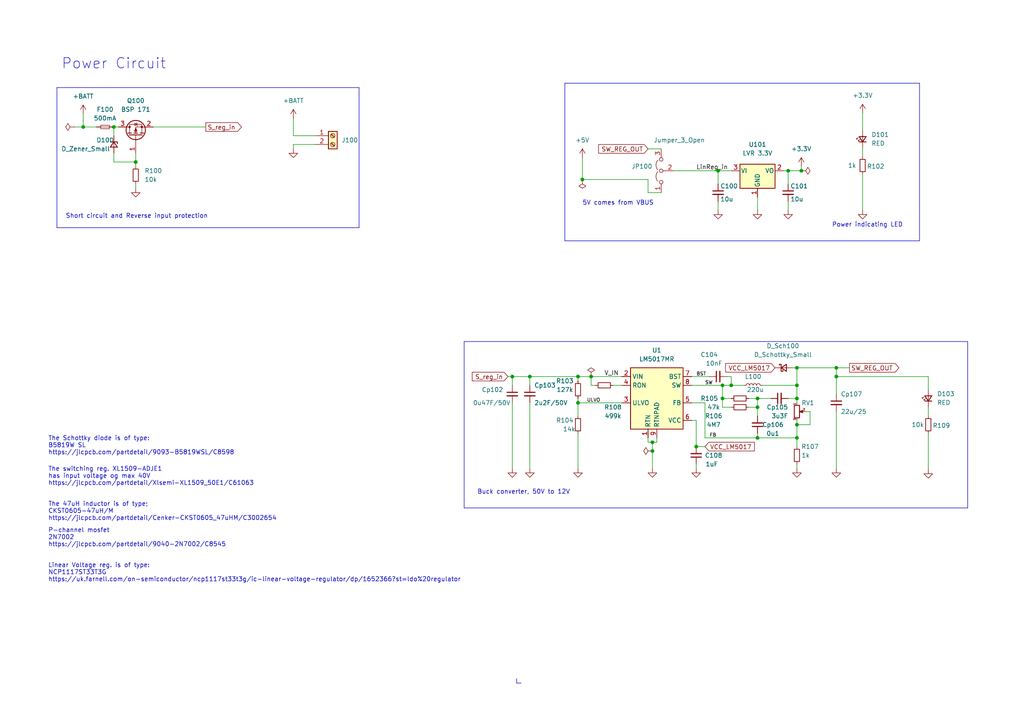
<source format=kicad_sch>
(kicad_sch (version 20230121) (generator eeschema)
  (paper "A4")
  (title_block (title "Power circuitery and Gyro Sensor") (date "2023-02-07"))
  (lib_symbols
    (symbol "Connector:Screw_Terminal_01x02" (pin_names (offset 1.016) hide)
      (property "Reference" "J" (at 0 2.54 0))
      (property "Value" "Screw_Terminal_01x02" (at 0 -5.08 0))
      (symbol "Screw_Terminal_01x02_1_1"
        (rectangle (start -1.27 1.27) (end 1.27 -3.81) (stroke (width 0.254)) (fill (type background)))
        (circle (center 0 -2.54) (radius 0.635) (stroke (width 0.1524)))
        (polyline (pts (xy -0.5334 -2.2098) (xy 0.3302 -3.048)) (stroke (width 0.1524)))
        (polyline (pts (xy -0.5334 0.3302) (xy 0.3302 -0.508)) (stroke (width 0.1524)))
        (polyline (pts (xy -0.3556 -2.032) (xy 0.508 -2.8702)) (stroke (width 0.1524)))
        (polyline (pts (xy -0.3556 0.508) (xy 0.508 -0.3302)) (stroke (width 0.1524)))
        (circle (center 0 0) (radius 0.635) (stroke (width 0.1524)))
        (pin passive line (at -5.08 0 0) (length 3.81) (name "Pin_1") (number "1"))
        (pin passive line (at -5.08 -2.54 0) (length 3.81) (name "Pin_2") (number "2"))
      )
    )
    (symbol "Device:C_Small" (pin_numbers hide) (pin_names (offset 0.254) hide)
      (property "Reference" "C" (at 0.254 1.778 0))
      (property "Value" "C_Small" (at 0.254 -2.032 0))
      (symbol "C_Small_0_1"
        (polyline (pts (xy -1.524 -0.508) (xy 1.524 -0.508)) (stroke (width 0.3302)))
        (polyline (pts (xy -1.524 0.508) (xy 1.524 0.508)) (stroke (width 0.3048)))
      )
      (symbol "C_Small_1_1"
        (pin passive line (at 0 2.54 270) (length 2.032) (name "~") (number "1"))
        (pin passive line (at 0 -2.54 90) (length 2.032) (name "~") (number "2"))
      )
    )
    (symbol "Device:D_Schottky_Small" (pin_numbers hide) (pin_names (offset 0.254) hide)
      (property "Reference" "D_Sch100" (at -0.254 6.35 0))
      (property "Value" "D_Schottky_Small" (at -0.254 3.81 0))
      (symbol "D_Schottky_Small_0_1"
        (polyline (pts (xy -0.762 0) (xy 0.762 0)))
        (polyline (pts (xy 0.762 -1.016) (xy -0.762 0) (xy 0.762 1.016) (xy 0.762 -1.016)) (stroke (width 0.254)))
        (polyline (pts (xy -1.27 0.762) (xy -1.27 1.016) (xy -0.762 1.016) (xy -0.762 -1.016) (xy -0.254 -1.016) (xy -0.254 -0.762)) (stroke (width 0.254)))
      )
      (symbol "D_Schottky_Small_1_1"
        (pin passive line (at 2.54 0 180) (length 1.778) (name "A") (number "A"))
        (pin passive line (at -2.54 0 0) (length 1.778) (name "K") (number "C"))
      )
    )
    (symbol "Device:D_Zener_Small" (pin_numbers hide) (pin_names (offset 0.254) hide)
      (property "Reference" "D" (at 0 2.286 0))
      (property "Value" "D_Zener_Small" (at 0 -2.286 0))
      (symbol "D_Zener_Small_0_1"
        (polyline (pts (xy 0.762 0) (xy -0.762 0)))
        (polyline (pts (xy -0.254 1.016) (xy -0.762 1.016) (xy -0.762 -1.016)) (stroke (width 0.254)))
        (polyline (pts (xy 0.762 1.016) (xy -0.762 0) (xy 0.762 -1.016) (xy 0.762 1.016)) (stroke (width 0.254)))
      )
      (symbol "D_Zener_Small_1_1"
        (pin passive line (at -2.54 0 0) (length 1.778) (name "K") (number "1"))
        (pin passive line (at 2.54 0 180) (length 1.778) (name "A") (number "2"))
      )
    )
    (symbol "Device:Fuse_Small" (pin_numbers hide) (pin_names (offset 0.254) hide)
      (property "Reference" "F" (at 0 -1.524 0))
      (property "Value" "Fuse_Small" (at 0 1.524 0))
      (symbol "Fuse_Small_0_1"
        (rectangle (start -1.27 0.508) (end 1.27 -0.508))
        (polyline (pts (xy -1.27 0) (xy 1.27 0)))
      )
      (symbol "Fuse_Small_1_1"
        (pin passive line (at -2.54 0 0) (length 1.27) (name "~") (number "1"))
        (pin passive line (at 2.54 0 180) (length 1.27) (name "~") (number "2"))
      )
    )
    (symbol "Device:LED_Small" (pin_numbers hide) (pin_names (offset 0.254) hide)
      (property "Reference" "D" (at -1.27 3.175 0))
      (property "Value" "LED_Small" (at -4.445 -2.54 0))
      (symbol "LED_Small_0_1"
        (polyline (pts (xy -0.762 -1.016) (xy -0.762 1.016)) (stroke (width 0.254)))
        (polyline (pts (xy 1.016 0) (xy -0.762 0)))
        (polyline (pts (xy 0.762 -1.016) (xy -0.762 0) (xy 0.762 1.016) (xy 0.762 -1.016)) (stroke (width 0.254)))
        (polyline (pts (xy 0 0.762) (xy -0.508 1.27) (xy -0.254 1.27) (xy -0.508 1.27) (xy -0.508 1.016)))
        (polyline (pts (xy 0.508 1.27) (xy 0 1.778) (xy 0.254 1.778) (xy 0 1.778) (xy 0 1.524)))
      )
      (symbol "LED_Small_1_1"
        (pin passive line (at -2.54 0 0) (length 1.778) (name "K") (number "1"))
        (pin passive line (at 2.54 0 180) (length 1.778) (name "A") (number "2"))
      )
    )
    (symbol "Device:L_Small" (pin_numbers hide) (pin_names (offset 0.254) hide)
      (property "Reference" "L" (at 0.762 1.016 0))
      (property "Value" "L_Small" (at 0.762 -1.016 0))
      (symbol "L_Small_0_1"
        (arc (start 0 -2.032) (mid 0.5058 -1.524) (end 0 -1.016))
        (arc (start 0 -1.016) (mid 0.5058 -0.508) (end 0 0))
        (arc (start 0 0) (mid 0.5058 0.508) (end 0 1.016))
        (arc (start 0 1.016) (mid 0.5058 1.524) (end 0 2.032))
      )
      (symbol "L_Small_1_1"
        (pin passive line (at 0 2.54 270) (length 0.508) (name "~") (number "1"))
        (pin passive line (at 0 -2.54 90) (length 0.508) (name "~") (number "2"))
      )
    )
    (symbol "Device:R_Potentiometer_Small" (pin_names (offset 1.016) hide)
      (property "Reference" "RV" (at -4.445 0 90))
      (property "Value" "R_Potentiometer_Small" (at -2.54 0 90))
      (symbol "R_Potentiometer_Small_0_1"
        (polyline (pts (xy 0.889 0) (xy 0.635 0) (xy 1.651 0.381) (xy 1.651 -0.381) (xy 0.635 0) (xy 0.889 0)) (fill (type outline)))
        (rectangle (start 0.762 1.8034) (end -0.762 -1.8034) (stroke (width 0.254)))
      )
      (symbol "R_Potentiometer_Small_1_1"
        (pin passive line (at 0 2.54 270) (length 0.635) (name "1") (number "1"))
        (pin passive line (at 2.54 0 180) (length 0.9906) (name "2") (number "2"))
        (pin passive line (at 0 -2.54 90) (length 0.635) (name "3") (number "3"))
      )
    )
    (symbol "Device:R_Small" (pin_numbers hide) (pin_names (offset 0.254) hide)
      (property "Reference" "R" (at 0.762 0.508 0))
      (property "Value" "R_Small" (at 0.762 -1.016 0))
      (symbol "R_Small_0_1"
        (rectangle (start -0.762 1.778) (end 0.762 -1.778) (stroke (width 0.2032)))
      )
      (symbol "R_Small_1_1"
        (pin passive line (at 0 2.54 270) (length 0.762) (name "~") (number "1"))
        (pin passive line (at 0 -2.54 90) (length 0.762) (name "~") (number "2"))
      )
    )
    (symbol "Jumper:Jumper_3_Open" (pin_names (offset 0) hide)
      (property "Reference" "JP" (at -2.54 -2.54 0))
      (property "Value" "Jumper_3_Open" (at 0 2.794 0))
      (symbol "Jumper_3_Open_0_0"
        (circle (center -3.302 0) (radius 0.508))
        (circle (center 0 0) (radius 0.508))
        (circle (center 3.302 0) (radius 0.508))
      )
      (symbol "Jumper_3_Open_0_1"
        (arc (start -0.254 1.016) (mid -1.651 1.4992) (end -3.048 1.016))
        (polyline (pts (xy 0 -0.508) (xy 0 -1.27)))
        (arc (start 3.048 1.016) (mid 1.651 1.4992) (end 0.254 1.016))
      )
      (symbol "Jumper_3_Open_1_1"
        (pin passive line (at -6.35 0 0) (length 2.54) (name "A") (number "1"))
        (pin passive line (at 0 -3.81 90) (length 2.54) (name "C") (number "2"))
        (pin passive line (at 6.35 0 180) (length 2.54) (name "B") (number "3"))
      )
    )
    (symbol "Regulator_Linear:NCP1117-3.3_SOT223" (pin_names (offset 0.254))
      (property "Reference" "U" (at -3.81 3.175 0))
      (property "Value" "NCP1117-3.3_SOT223" (at 0 3.175 0))
      (symbol "NCP1117-3.3_SOT223_0_1"
        (rectangle (start -5.08 -5.08) (end 5.08 1.905) (stroke (width 0.254)) (fill (type background)))
      )
      (symbol "NCP1117-3.3_SOT223_1_1"
        (pin power_in line (at 0 -7.62 90) (length 2.54) (name "GND") (number "1"))
        (pin power_out line (at 7.62 0 180) (length 2.54) (name "VO") (number "2"))
        (pin power_in line (at -7.62 0 0) (length 2.54) (name "VI") (number "3"))
      )
    )
    (symbol "Regulator_Switching:LM5017MR"
      (property "Reference" "U" (at -7.62 8.89 0))
      (property "Value" "LM5017MR" (at 0 8.89 0))
      (symbol "LM5017MR_0_1"
        (rectangle (start -7.62 7.62) (end 7.62 -10.16) (stroke (width 0.254)) (fill (type background)))
      )
      (symbol "LM5017MR_1_1"
        (pin power_in line (at -2.54 -12.7 90) (length 2.54) (name "RTN") (number "1"))
        (pin power_in line (at -10.16 5.08 0) (length 2.54) (name "VIN") (number "2"))
        (pin input line (at -10.16 -2.54 0) (length 2.54) (name "ULVO") (number "3"))
        (pin input line (at -10.16 2.54 0) (length 2.54) (name "RON") (number "4"))
        (pin input line (at 10.16 -2.54 180) (length 2.54) (name "FB") (number "5"))
        (pin output line (at 10.16 -7.62 180) (length 2.54) (name "VCC") (number "6"))
        (pin input line (at 10.16 5.08 180) (length 2.54) (name "BST") (number "7"))
        (pin output line (at 10.16 2.54 180) (length 2.54) (name "SW") (number "8"))
        (pin power_in line (at 0 -12.7 90) (length 2.54) (name "RTNPAD") (number "9"))
      )
    )
    (symbol "Transistor_FET:AO3401A" (pin_names hide)
      (property "Reference" "Q" (at 5.08 1.905 0))
      (property "Value" "AO3401A" (at 5.08 0 0))
      (symbol "AO3401A_0_1"
        (polyline (pts (xy 0.254 0) (xy -2.54 0)))
        (polyline (pts (xy 0.254 1.905) (xy 0.254 -1.905)) (stroke (width 0.254)))
        (polyline (pts (xy 0.762 -1.27) (xy 0.762 -2.286)) (stroke (width 0.254)))
        (polyline (pts (xy 0.762 0.508) (xy 0.762 -0.508)) (stroke (width 0.254)))
        (polyline (pts (xy 0.762 2.286) (xy 0.762 1.27)) (stroke (width 0.254)))
        (polyline (pts (xy 2.54 2.54) (xy 2.54 1.778)))
        (polyline (pts (xy 2.54 -2.54) (xy 2.54 0) (xy 0.762 0)))
        (polyline (pts (xy 0.762 1.778) (xy 3.302 1.778) (xy 3.302 -1.778) (xy 0.762 -1.778)))
        (polyline (pts (xy 2.286 0) (xy 1.27 0.381) (xy 1.27 -0.381) (xy 2.286 0)) (fill (type outline)))
        (polyline (pts (xy 2.794 -0.508) (xy 2.921 -0.381) (xy 3.683 -0.381) (xy 3.81 -0.254)))
        (polyline (pts (xy 3.302 -0.381) (xy 2.921 0.254) (xy 3.683 0.254) (xy 3.302 -0.381)))
        (circle (center 1.651 0) (radius 2.794) (stroke (width 0.254)))
        (circle (center 2.54 -1.778) (radius 0.254) (fill (type outline)))
        (circle (center 2.54 1.778) (radius 0.254) (fill (type outline)))
      )
      (symbol "AO3401A_1_1"
        (pin input line (at -5.08 0 0) (length 2.54) (name "G") (number "1"))
        (pin passive line (at 2.54 -5.08 90) (length 2.54) (name "S") (number "2"))
        (pin passive line (at 2.54 5.08 270) (length 2.54) (name "D") (number "3"))
      )
    )
    (symbol "power:+3.3V" (power) (pin_names (offset 0))
      (property "Value" "+3.3V" (at 0 3.556 0))
      (symbol "+3.3V_0_1"
        (polyline (pts (xy -0.762 1.27) (xy 0 2.54)))
        (polyline (pts (xy 0 0) (xy 0 2.54)))
        (polyline (pts (xy 0 2.54) (xy 0.762 1.27)))
      )
      (symbol "+3.3V_1_1"
        (pin power_in line (at 0 0 90) (length 0) hide (name "+3.3V") (number "1"))
      )
    )
    (symbol "power:+5V" (power) (pin_names (offset 0))
      (property "Value" "+5V" (at 0 3.556 0))
      (symbol "+5V_0_1"
        (polyline (pts (xy -0.762 1.27) (xy 0 2.54)))
        (polyline (pts (xy 0 0) (xy 0 2.54)))
        (polyline (pts (xy 0 2.54) (xy 0.762 1.27)))
      )
      (symbol "+5V_1_1"
        (pin power_in line (at 0 0 90) (length 0) hide (name "+5V") (number "1"))
      )
    )
    (symbol "power:+BATT" (power) (pin_names (offset 0))
      (property "Value" "+BATT" (at 0 3.556 0))
      (symbol "+BATT_0_1"
        (polyline (pts (xy -0.762 1.27) (xy 0 2.54)))
        (polyline (pts (xy 0 0) (xy 0 2.54)))
        (polyline (pts (xy 0 2.54) (xy 0.762 1.27)))
      )
      (symbol "+BATT_1_1"
        (pin power_in line (at 0 0 90) (length 0) hide (name "+BATT") (number "1"))
      )
    )
    (symbol "power:GND" (power) (pin_names (offset 0))
      (property "Value" "GND" (at 0 -3.81 0))
      (symbol "GND_0_1"
        (polyline (pts (xy 0 0) (xy 0 -1.27) (xy 1.27 -1.27) (xy 0 -2.54) (xy -1.27 -1.27) (xy 0 -1.27)))
      )
      (symbol "GND_1_1"
        (pin power_in line (at 0 0 270) (length 0) hide (name "GND") (number "1"))
      )
    )
    (symbol "power:PWR_FLAG" (power) (pin_numbers hide) (pin_names (offset 0) hide)
      (property "Value" "PWR_FLAG" (at 0 3.81 0))
      (symbol "PWR_FLAG_0_0"
        (pin power_out line (at 0 0 90) (length 0) (name "pwr") (number "1"))
      )
      (symbol "PWR_FLAG_0_1"
        (polyline (pts (xy 0 0) (xy 0 1.27) (xy -1.016 1.905) (xy 0 2.54) (xy 1.016 1.905) (xy 0 1.27)))
      )
    )
  )
  (junction (at 189.23 128.27))
  (junction (at 208.28 49.53))
  (junction (at 153.67 109.22))
  (junction (at 171.45 109.22))
  (junction (at 24.13 36.83))
  (junction (at 231.14 106.68))
  (junction (at 232.41 49.53))
  (junction (at 242.57 109.22))
  (junction (at 242.57 106.68))
  (junction (at 231.14 111.76))
  (junction (at 219.71 115.57))
  (junction (at 148.59 109.22))
  (junction (at 33.02 36.83))
  (junction (at 209.55 111.76))
  (junction (at 231.14 127))
  (junction (at 228.6 49.53))
  (junction (at 231.14 123.19))
  (junction (at 219.71 118.11))
  (junction (at 189.23 130.81))
  (junction (at 167.64 109.22))
  (junction (at 168.91 52.07))
  (junction (at 209.55 115.57))
  (junction (at 201.93 129.54))
  (junction (at 219.71 127))
  (junction (at 212.09 111.76))
  (junction (at 231.14 115.57))
  (junction (at 39.37 46.99))
  (junction (at 167.64 116.84))
  (wire (pts (xy 167.64 125.73) (xy 167.64 135.89)))
  (wire (pts (xy 21.59 36.83) (xy 24.13 36.83)))
  (wire (pts (xy 219.71 57.15) (xy 219.71 60.96)))
  (wire (pts (xy 204.47 116.84) (xy 204.47 127)))
  (polyline (pts (xy 151.13 198.12) (xy 149.86 198.12)))
  (wire (pts (xy 190.5 127) (xy 190.5 128.27)))
  (wire (pts (xy 201.93 121.92) (xy 201.93 129.54)))
  (polyline (pts (xy 16.51 25.4) (xy 104.14 25.4)))
  (wire (pts (xy 168.91 52.07) (xy 187.96 52.07)))
  (wire (pts (xy 33.02 36.83) (xy 33.02 39.37)))
  (wire (pts (xy 231.14 123.19) (xy 231.14 127)))
  (wire (pts (xy 189.23 130.81) (xy 189.23 135.89)))
  (wire (pts (xy 39.37 46.99) (xy 33.02 46.99)))
  (wire (pts (xy 210.82 109.22) (xy 212.09 109.22)))
  (wire (pts (xy 153.67 111.76) (xy 153.67 109.22)))
  (wire (pts (xy 177.8 111.76) (xy 180.34 111.76)))
  (polyline (pts (xy 266.7 69.85) (xy 266.7 24.13)))
  (polyline (pts (xy 266.7 24.13) (xy 163.83 24.13)))
  (wire (pts (xy 242.57 106.68) (xy 242.57 109.22)))
  (wire (pts (xy 200.66 121.92) (xy 201.93 121.92)))
  (wire (pts (xy 232.41 49.53) (xy 232.41 48.26)))
  (wire (pts (xy 269.24 118.11) (xy 269.24 120.65)))
  (wire (pts (xy 217.17 115.57) (xy 219.71 115.57)))
  (wire (pts (xy 234.95 119.38) (xy 234.95 123.19)))
  (wire (pts (xy 153.67 109.22) (xy 167.64 109.22)))
  (wire (pts (xy 231.14 127) (xy 231.14 129.54)))
  (wire (pts (xy 231.14 121.92) (xy 231.14 123.19)))
  (wire (pts (xy 228.6 49.53) (xy 232.41 49.53)))
  (wire (pts (xy 219.71 127) (xy 219.71 125.73)))
  (wire (pts (xy 242.57 119.38) (xy 242.57 135.89)))
  (wire (pts (xy 85.09 41.91) (xy 85.09 43.18)))
  (wire (pts (xy 167.64 109.22) (xy 167.64 110.49)))
  (wire (pts (xy 269.24 109.22) (xy 269.24 113.03)))
  (wire (pts (xy 187.96 127) (xy 187.96 128.27)))
  (wire (pts (xy 209.55 111.76) (xy 209.55 115.57)))
  (wire (pts (xy 209.55 115.57) (xy 209.55 118.11)))
  (wire (pts (xy 85.09 34.29) (xy 85.09 39.37)))
  (wire (pts (xy 147.32 109.22) (xy 148.59 109.22)))
  (wire (pts (xy 39.37 53.34) (xy 39.37 54.61)))
  (polyline (pts (xy 104.14 25.4) (xy 104.14 66.04)))
  (wire (pts (xy 231.14 106.68) (xy 231.14 111.76)))
  (wire (pts (xy 250.19 50.546) (xy 250.19 60.96)))
  (wire (pts (xy 204.47 127) (xy 219.71 127)))
  (wire (pts (xy 231.14 115.57) (xy 231.14 116.84)))
  (polyline (pts (xy 104.14 66.04) (xy 16.51 66.04)))
  (wire (pts (xy 212.09 109.22) (xy 212.09 111.76)))
  (wire (pts (xy 231.14 106.68) (xy 242.57 106.68)))
  (wire (pts (xy 167.64 116.84) (xy 180.34 116.84)))
  (wire (pts (xy 228.6 115.57) (xy 231.14 115.57)))
  (wire (pts (xy 148.59 109.22) (xy 153.67 109.22)))
  (wire (pts (xy 168.91 45.72) (xy 168.91 52.07)))
  (wire (pts (xy 212.09 111.76) (xy 215.9 111.76)))
  (wire (pts (xy 228.6 58.42) (xy 228.6 60.96)))
  (wire (pts (xy 233.68 119.38) (xy 234.95 119.38)))
  (wire (pts (xy 153.67 116.84) (xy 153.67 135.89)))
  (wire (pts (xy 200.66 109.22) (xy 205.74 109.22)))
  (wire (pts (xy 219.71 115.57) (xy 223.52 115.57)))
  (wire (pts (xy 187.96 55.88) (xy 187.96 52.07)))
  (polyline (pts (xy 280.67 147.32) (xy 134.62 147.32)))
  (wire (pts (xy 191.77 55.88) (xy 187.96 55.88)))
  (wire (pts (xy 148.59 116.84) (xy 148.59 135.89)))
  (wire (pts (xy 39.37 44.45) (xy 39.37 46.99)))
  (wire (pts (xy 189.23 128.27) (xy 190.5 128.27)))
  (wire (pts (xy 242.57 109.22) (xy 242.57 114.3)))
  (wire (pts (xy 269.24 125.73) (xy 269.24 136.144)))
  (wire (pts (xy 167.64 109.22) (xy 171.45 109.22)))
  (wire (pts (xy 242.57 109.22) (xy 269.24 109.22)))
  (wire (pts (xy 24.13 36.83) (xy 27.94 36.83)))
  (wire (pts (xy 212.09 118.11) (xy 209.55 118.11)))
  (polyline (pts (xy 134.62 99.06) (xy 134.62 147.32)))
  (wire (pts (xy 219.71 127) (xy 231.14 127)))
  (wire (pts (xy 85.09 39.37) (xy 91.44 39.37)))
  (wire (pts (xy 231.14 123.19) (xy 234.95 123.19)))
  (wire (pts (xy 212.09 111.76) (xy 209.55 111.76)))
  (wire (pts (xy 208.28 49.53) (xy 212.09 49.53)))
  (wire (pts (xy 167.64 120.65) (xy 167.64 116.84)))
  (wire (pts (xy 228.6 49.53) (xy 228.6 53.34)))
  (wire (pts (xy 209.55 111.76) (xy 200.66 111.76)))
  (wire (pts (xy 195.58 49.53) (xy 208.28 49.53)))
  (wire (pts (xy 231.14 115.57) (xy 231.14 111.76)))
  (wire (pts (xy 187.96 43.18) (xy 191.77 43.18)))
  (wire (pts (xy 171.45 109.22) (xy 180.34 109.22)))
  (wire (pts (xy 171.45 111.76) (xy 171.45 109.22)))
  (wire (pts (xy 33.02 36.83) (xy 34.29 36.83)))
  (polyline (pts (xy 280.67 99.06) (xy 280.67 147.32)))
  (wire (pts (xy 200.66 116.84) (xy 204.47 116.84)))
  (polyline (pts (xy 163.83 69.85) (xy 266.7 69.85)))
  (wire (pts (xy 33.02 44.45) (xy 33.02 46.99)))
  (wire (pts (xy 91.44 41.91) (xy 85.09 41.91)))
  (polyline (pts (xy 16.51 25.4) (xy 16.51 66.04)))
  (wire (pts (xy 189.23 128.27) (xy 189.23 130.81)))
  (wire (pts (xy 219.71 118.11) (xy 219.71 120.65)))
  (wire (pts (xy 208.28 58.42) (xy 208.28 60.96)))
  (wire (pts (xy 250.19 42.926) (xy 250.19 45.466)))
  (wire (pts (xy 231.14 134.62) (xy 231.14 135.89)))
  (wire (pts (xy 212.09 115.57) (xy 209.55 115.57)))
  (wire (pts (xy 250.19 32.766) (xy 250.19 37.846)))
  (wire (pts (xy 24.13 33.02) (xy 24.13 36.83)))
  (wire (pts (xy 201.93 129.54) (xy 204.47 129.54)))
  (wire (pts (xy 148.59 111.76) (xy 148.59 109.22)))
  (wire (pts (xy 167.64 115.57) (xy 167.64 116.84)))
  (wire (pts (xy 208.28 49.53) (xy 208.28 53.34)))
  (wire (pts (xy 201.93 134.62) (xy 201.93 135.89)))
  (wire (pts (xy 217.17 118.11) (xy 219.71 118.11)))
  (polyline (pts (xy 149.86 196.85) (xy 149.86 198.12)))
  (wire (pts (xy 44.45 36.83) (xy 59.69 36.83)))
  (wire (pts (xy 227.33 49.53) (xy 228.6 49.53)))
  (wire (pts (xy 219.71 115.57) (xy 219.71 118.11)))
  (wire (pts (xy 242.57 106.68) (xy 246.38 106.68)))
  (polyline (pts (xy 134.62 99.06) (xy 280.67 99.06)))
  (wire (pts (xy 229.87 106.68) (xy 231.14 106.68)))
  (wire (pts (xy 172.72 111.76) (xy 171.45 111.76)))
  (polyline (pts (xy 163.83 24.13) (xy 163.83 69.85)))
  (wire (pts (xy 220.98 111.76) (xy 231.14 111.76)))
  (wire (pts (xy 187.96 128.27) (xy 189.23 128.27)))
  (wire (pts (xy 39.37 46.99) (xy 39.37 48.26)))
  (text "Buck converter, 50V to 12V" (at 138.43 143.51 0) (effects (font (size 1.27 1.27)) (justify left bottom)))
  (text "5V comes from VBUS" (at 168.91 59.69 0) (effects (font (size 1.27 1.27)) (justify left bottom)))
  (text "Power Circuit" (at 17.78 20.32 0) (effects (font (size 3 3)) (justify left bottom)))
  (text "The Schottky diode is of type:\nB5819W SL\nhttps://jlcpcb.com/partdetail/9093-B5819WSL/C8598" (at 13.97 132.08 0) (effects (font (size 1.27 1.27)) (justify left bottom)))
  (text "The switching reg. XL1509-ADJE1\nhas input voltage og max 40V\nhttps://jlcpcb.com/partdetail/Xlsemi-XL1509_50E1/C61063\n" (at 13.97 140.97 0) (effects (font (size 1.27 1.27)) (justify left bottom)))
  (text "Linear Voltage reg. is of type: \nNCP1117ST33T3G\nhttps://uk.farnell.com/on-semiconductor/ncp1117st33t3g/ic-linear-voltage-regulator/dp/1652366?st=ldo%20regulator" (at 13.97 168.91 0) (effects (font (size 1.27 1.27)) (justify left bottom)))
  (text "Power indicating LED" (at 241.3 66.04 0) (effects (font (size 1.27 1.27)) (justify left bottom)))
  (text "Short circuit and Reverse input protection" (at 19.05 63.5 0) (effects (font (size 1.27 1.27)) (justify left bottom)))
  (text "P-channel mosfet\n2N7002\nhttps://jlcpcb.com/partdetail/9040-2N7002/C8545" (at 13.97 158.75 0) (effects (font (size 1.27 1.27)) (justify left bottom)))
  (text "The 47uH inductor is of type;\nCKST0605-47uH/M\nhttps://jlcpcb.com/partdetail/Cenker-CKST0605_47uHM/C3002654" (at 13.97 151.13 0) (effects (font (size 1.27 1.27)) (justify left bottom)))
  (label "ULVO" (at 170.18 116.84 0) (effects (font (size 1 1))))
  (label "SW" (at 204.47 111.76 0) (effects (font (size 1 1))))
  (label "LinReg_in" (at 201.93 49.53 0))
  (label "FB" (at 205.74 127 0) (effects (font (size 1 1))))
  (label "V_IN" (at 175.26 109.22 0))
  (label "BST" (at 201.93 109.22 0) (effects (font (size 1 1))))
  (global_label "S_reg_in" (shape input) (at 147.32 109.22 180) (property "Intersheetrefs" "${INTERSHEET_REFS}" (effects hide)))
  (global_label "VCC_LM5017" (shape input) (at 224.79 106.68 180) (property "Intersheetrefs" "${INTERSHEET_REFS}" (effects hide)))
  (global_label "SW_REG_OUT" (shape output) (at 246.38 106.68 0) (property "Intersheetrefs" "${INTERSHEET_REFS}" (effects hide)))
  (global_label "VCC_LM5017" (shape input) (at 204.47 129.54 0) (property "Intersheetrefs" "${INTERSHEET_REFS}" (effects hide)))
  (global_label "SW_REG_OUT" (shape input) (at 187.96 43.18 180) (property "Intersheetrefs" "${INTERSHEET_REFS}" (effects hide)))
  (global_label "S_reg_in" (shape output) (at 59.69 36.83 0) (property "Intersheetrefs" "${INTERSHEET_REFS}" (effects hide)))
  (symbol (lib_id "Device:C_Small") (at 153.67 114.3 0) (unit 1)
    (property "Reference" "Cp103" (at 154.94 111.76 0) (effects (justify left)))
    (property "Value" "2u2F/50V" (at 154.94 116.84 0) (effects (justify left)))
    (property "Footprint" "Capacitor_SMD:C_1210_3225Metric" (effects hide))
    (property "PARTREV" "C49217" (effects hide))
  )
  (symbol (lib_id "Jumper:Jumper_3_Open") (at 191.77 49.53 90) (unit 1)
    (property "Reference" "JP100" (at 189.23 48.2599 90) (effects (justify left)))
    (property "Value" "Jumper_3_Open" (at 204.47 40.64 90) (effects (justify left)))
    (property "Footprint" "Connector_PinHeader_2.54mm:PinHeader_1x03_P2.54mm_Vertical" (effects hide))
  )
  (symbol (lib_id "power:GND") (at 167.64 135.89 0) (unit 1)
    (property "Reference" "#PWR0118" (effects hide))
    (property "Value" "GND" (effects hide))
  )
  (symbol (lib_id "Device:L_Small") (at 218.44 111.76 90) (unit 1)
    (property "Reference" "L100" (at 218.44 109.22 90))
    (property "Value" "220u" (at 219.075 113.03 90))
    (property "Footprint" "Inductor_SMD:L_Bourns_SRR1208_12.7x12.7mm" (effects hide))
    (property "PARTREV" "C2929503" (effects hide))
    (property "Mouser" "652-SRR1208-221KL" (effects hide))
  )
  (symbol (lib_id "Device:R_Small") (at 250.19 48.006 180) (unit 1)
    (property "Reference" "R102" (at 254 48.26 0))
    (property "Value" "1k" (at 247.142 48.006 0))
    (property "Footprint" "Resistor_SMD:R_0603_1608Metric" (effects hide))
    (property "PARTREV" "C22764" (effects hide))
  )
  (symbol (lib_id "Device:C_Small") (at 219.71 123.19 180) (unit 1)
    (property "Reference" "Cp106" (at 227.33 123.19 0) (effects (justify left)))
    (property "Value" "0u1" (at 226.06 125.73 0) (effects (justify left)))
    (property "Footprint" "Capacitor_SMD:C_0603_1608Metric_Pad1.08x0.95mm_HandSolder" (effects hide))
    (property "PARTREV" "C14663" (effects hide))
  )
  (symbol (lib_id "Device:C_Small") (at 201.93 132.08 180) (unit 1)
    (property "Reference" "C108" (at 209.55 132.08 0) (effects (justify left)))
    (property "Value" "1uF" (at 208.28 134.62 0) (effects (justify left)))
    (property "Footprint" "Capacitor_SMD:C_0805_2012Metric" (effects hide))
    (property "PARTREV" "C28323" (effects hide))
  )
  (symbol (lib_id "power:+5V") (at 168.91 45.72 0) (unit 1)
    (property "Reference" "#PWR0113" (effects hide))
    (property "Value" "+5V" (at 168.91 40.64 0))
  )
  (symbol (lib_id "Device:R_Small") (at 175.26 111.76 90) (unit 1)
    (property "Reference" "R108" (at 177.8 118.11 90))
    (property "Value" "499k" (at 177.8 120.65 90))
    (property "Footprint" "Resistor_SMD:R_0603_1608Metric" (effects hide))
    (property "PARTREV" "C25804" (effects hide))
  )
  (symbol (lib_id "Device:R_Potentiometer_Small") (at 231.14 119.38 0) (unit 1)
    (property "Reference" "RV1" (at 236.22 116.84 0) (effects (justify right)))
    (property "Value" "R_Potentiometer_Small" (effects hide))
    (property "Footprint" "Added footprints:TRIM_TC33X-2-103E" (effects hide))
  )
  (symbol (lib_id "power:GND") (at 219.71 60.96 0) (unit 1)
    (property "Reference" "#PWR0110" (effects hide))
    (property "Value" "GND" (effects hide))
  )
  (symbol (lib_id "power:GND") (at 189.23 135.89 0) (unit 1)
    (property "Reference" "#PWR0116" (effects hide))
    (property "Value" "GND" (effects hide))
  )
  (symbol (lib_id "Device:Fuse_Small") (at 30.48 36.83 0) (unit 1)
    (property "Reference" "F100" (at 30.48 31.75 0))
    (property "Value" "500mA" (at 30.48 34.29 0))
    (property "Footprint" "Fuse:Fuse_1206_3216Metric" (effects hide))
    (property "PARTREV" "C8678" (effects hide))
  )
  (symbol (lib_id "Device:LED_Small") (at 250.19 40.386 90) (unit 1)
    (property "Reference" "D101" (at 252.73 39.0524 90) (effects (justify right)))
    (property "Value" "RED" (at 252.73 41.5924 90) (effects (justify right)))
    (property "Footprint" "LED_SMD:LED_0805_2012Metric" (effects hide))
    (property "PARTREV" "C84256" (effects hide))
  )
  (symbol (lib_id "Connector:Screw_Terminal_01x02") (at 96.52 39.37 0) (unit 1)
    (property "Reference" "J100" (at 99.06 40.6399 0) (effects (justify left)))
    (property "Value" "Screw_Terminal_01x02" (effects hide))
    (property "Footprint" "TerminalBlock:TerminalBlock_bornier-2_P5.08mm" (effects hide))
  )
  (symbol (lib_id "power:+3.3V") (at 232.41 48.26 0) (unit 1)
    (property "Reference" "#PWR0114" (effects hide))
    (property "Value" "+3.3V" (at 232.41 43.18 0))
  )
  (symbol (lib_id "power:PWR_FLAG") (at 21.59 36.83 90) (unit 1)
    (property "Reference" "#FLG0101" (effects hide))
    (property "Value" "PWR_FLAG" (effects hide))
  )
  (symbol (lib_id "Device:R_Small") (at 167.64 113.03 180) (unit 1)
    (property "Reference" "R103" (at 163.83 110.49 0))
    (property "Value" "127k" (at 163.83 113.03 0))
    (property "Footprint" "Resistor_SMD:R_0603_1608Metric" (effects hide))
    (property "PARTREV" "C25804" (effects hide))
  )
  (symbol (lib_id "Device:C_Small") (at 228.6 55.88 0) (unit 1)
    (property "Reference" "C101" (at 229.235 53.975 0) (effects (justify left)))
    (property "Value" "10u" (at 229.235 57.785 0) (effects (justify left)))
    (property "Footprint" "Capacitor_SMD:C_0603_1608Metric_Pad1.08x0.95mm_HandSolder" (effects hide))
    (property "JLC" "C96446" (effects hide))
    (property "PARTREV" "C96446" (effects hide))
  )
  (symbol (lib_id "power:GND") (at 85.09 43.18 0) (unit 1)
    (property "Reference" "#PWR0101" (effects hide))
    (property "Value" "GND" (effects hide))
  )
  (symbol (lib_id "power:GND") (at 208.28 60.96 0) (unit 1)
    (property "Reference" "#PWR0108" (effects hide))
    (property "Value" "GND" (effects hide))
  )
  (symbol (lib_id "power:PWR_FLAG") (at 171.45 109.22 0) (unit 1)
    (property "Reference" "#FLG0107" (effects hide))
    (property "Value" "PWR_FLAG" (effects hide))
  )
  (symbol (lib_id "power:GND") (at 231.14 135.89 0) (unit 1)
    (property "Reference" "#PWR0105" (effects hide))
    (property "Value" "GND" (effects hide))
  )
  (symbol (lib_id "Regulator_Linear:NCP1117-3.3_SOT223") (at 219.71 49.53 0) (unit 1)
    (property "Reference" "U101" (at 219.71 41.91 0))
    (property "Value" "LVR 3.3V" (at 219.71 44.45 0))
    (property "Footprint" "Package_TO_SOT_SMD:SOT-223-3_TabPin2" (effects hide))
    (property "Datasheet" "http://www.onsemi.com/pub_link/Collateral/NCP1117-D.PDF" (effects hide))
    (property "PARTREV" "C277892" (effects hide))
    (property "Mouser" "584-ADP3338AKCZ3.3R" (effects hide))
  )
  (symbol (lib_id "power:GND") (at 250.19 60.96 0) (unit 1)
    (property "Reference" "#PWR0112" (effects hide))
    (property "Value" "GND" (effects hide))
  )
  (symbol (lib_id "power:GND") (at 201.93 135.89 0) (unit 1)
    (property "Reference" "#PWR0115" (effects hide))
    (property "Value" "GND" (effects hide))
  )
  (symbol (lib_id "Device:C_Small") (at 208.28 55.88 0) (unit 1)
    (property "Reference" "C100" (at 208.915 53.975 0) (effects (justify left)))
    (property "Value" "10u" (at 208.915 57.785 0) (effects (justify left)))
    (property "Footprint" "Capacitor_SMD:C_0603_1608Metric_Pad1.08x0.95mm_HandSolder" (effects hide))
    (property "JLC" "C96446" (effects hide))
    (property "PARTREV" "C96446" (effects hide))
  )
  (symbol (lib_id "power:PWR_FLAG") (at 232.41 49.53 270) (unit 1)
    (property "Reference" "#FLG0102" (effects hide))
    (property "Value" "PWR_FLAG" (effects hide))
  )
  (symbol (lib_id "Device:D_Schottky_Small") (at 227.33 106.68 0) (unit 1)
    (property "Reference" "D_Sch100" (at 227.076 100.33 0))
    (property "Value" "D_Schottky_Small" (at 227.076 102.87 0))
    (property "Footprint" "Added footprints:do-214AC-2" (effects hide))
    (property "PARTREV" "C8678" (effects hide))
    (property "Mouser" "637-SK35SMA" (effects hide))
  )
  (symbol (lib_id "power:+3.3V") (at 250.19 32.766 0) (unit 1)
    (property "Reference" "#PWR0111" (effects hide))
    (property "Value" "+3.3V" (at 250.19 27.686 0))
  )
  (symbol (lib_id "Device:LED_Small") (at 269.24 115.57 90) (unit 1)
    (property "Reference" "D103" (at 271.78 114.2364 90) (effects (justify right)))
    (property "Value" "RED" (at 271.78 116.7764 90) (effects (justify right)))
    (property "Footprint" "LED_SMD:LED_0805_2012Metric" (effects hide))
    (property "PARTREV" "C84256" (effects hide))
  )
  (symbol (lib_id "Device:R_Small") (at 167.64 123.19 180) (unit 1)
    (property "Reference" "R104" (at 163.83 121.92 0))
    (property "Value" "14k" (at 165.1 124.46 0))
    (property "Footprint" "Resistor_SMD:R_0603_1608Metric" (effects hide))
    (property "PARTREV" "C25804" (effects hide))
  )
  (symbol (lib_id "Device:R_Small") (at 214.63 118.11 90) (unit 1)
    (property "Reference" "R106" (at 207.01 120.65 90))
    (property "Value" "4M7" (at 207.01 123.19 90))
    (property "Footprint" "Resistor_SMD:R_0603_1608Metric" (effects hide))
    (property "PARTREV" "C25804" (effects hide))
  )
  (symbol (lib_id "Device:D_Zener_Small") (at 33.02 41.91 270) (unit 1)
    (property "Reference" "D100" (at 27.94 40.64 90) (effects (justify left)))
    (property "Value" "D_Zener_Small" (at 17.78 43.18 90) (effects (justify left)))
    (property "Footprint" "Diode_SMD:D_SMA" (effects hide))
    (property "PARTREV" "C8062" (effects hide))
  )
  (symbol (lib_id "Device:C_Small") (at 226.06 115.57 90) (unit 1)
    (property "Reference" "Cp105" (at 228.6 118.11 90) (effects (justify left)))
    (property "Value" "3u3F" (at 228.6 120.65 90) (effects (justify left)))
    (property "Footprint" "Capacitor_SMD:C_1206_3216Metric_Pad1.33x1.80mm_HandSolder" (effects hide))
    (property "PARTREV" "C338093" (effects hide))
  )
  (symbol (lib_id "Device:R_Small") (at 214.63 115.57 90) (unit 1)
    (property "Reference" "R105" (at 205.74 115.57 90))
    (property "Value" "47k" (at 207.01 118.11 90))
    (property "Footprint" "Resistor_SMD:R_0603_1608Metric" (effects hide))
    (property "PARTREV" "C25804" (effects hide))
  )
  (symbol (lib_id "power:GND") (at 39.37 54.61 0) (unit 1)
    (property "Reference" "#PWR0102" (effects hide))
    (property "Value" "GND" (effects hide))
  )
  (symbol (lib_id "Device:C_Small") (at 148.59 114.3 0) (unit 1)
    (property "Reference" "Cp102" (at 139.7 113.03 0) (effects (justify left)))
    (property "Value" "0u47F/50V" (at 137.16 116.84 0) (effects (justify left)))
    (property "Footprint" "Capacitor_SMD:C_0805_2012Metric" (effects hide))
    (property "PARTREV" "C13967" (effects hide))
  )
  (symbol (lib_id "Transistor_FET:AO3401A") (at 39.37 39.37 90) (unit 1)
    (property "Reference" "Q100" (at 39.37 29.21 90))
    (property "Value" "BSP 171" (at 39.37 31.75 90))
    (property "Footprint" "Added footprints:bsp171" (effects hide))
    (property "Datasheet" "http://www.aosmd.com/pdfs/datasheet/AO3401A.pdf" (effects hide))
    (property "PARTREV" "C15127" (effects hide))
    (property "Mouser" "726-BSP171PH6327" (effects hide))
  )
  (symbol (lib_id "power:GND") (at 242.57 135.89 0) (unit 1)
    (property "Reference" "#PWR0106" (effects hide))
    (property "Value" "GND" (effects hide))
  )
  (symbol (lib_id "power:PWR_FLAG") (at 189.23 130.81 90) (unit 1)
    (property "Reference" "#FLG0108" (effects hide))
    (property "Value" "PWR_FLAG" (effects hide))
  )
  (symbol (lib_id "Device:R_Small") (at 39.37 50.8 0) (unit 1)
    (property "Reference" "R100" (at 41.91 49.5299 0) (effects (justify left)))
    (property "Value" "10k" (at 41.91 52.0699 0) (effects (justify left)))
    (property "Footprint" "Resistor_SMD:R_0603_1608Metric" (effects hide))
    (property "PARTREV" "C25804" (effects hide))
  )
  (symbol (lib_id "Device:C_Small") (at 242.57 116.84 0) (unit 1)
    (property "Reference" "Cp107" (at 243.84 114.3 0) (effects (justify left)))
    (property "Value" "22u/25" (at 243.84 119.38 0) (effects (justify left)))
    (property "Footprint" "Capacitor_SMD:C_0805_2012Metric_Pad1.18x1.45mm_HandSolder" (effects hide))
    (property "PARTREV" "C45783" (effects hide))
  )
  (symbol (lib_id "Device:R_Small") (at 269.24 123.19 180) (unit 1)
    (property "Reference" "R109" (at 273.05 123.444 0))
    (property "Value" "10k" (at 266.192 123.19 0))
    (property "Footprint" "Resistor_SMD:R_0603_1608Metric" (effects hide))
    (property "PARTREV" "C22764" (effects hide))
  )
  (symbol (lib_id "power:GND") (at 148.59 135.89 0) (unit 1)
    (property "Reference" "#PWR0117" (effects hide))
    (property "Value" "GND" (effects hide))
  )
  (symbol (lib_id "power:GND") (at 228.6 60.96 0) (unit 1)
    (property "Reference" "#PWR0109" (effects hide))
    (property "Value" "GND" (effects hide))
  )
  (symbol (lib_id "Device:R_Small") (at 231.14 132.08 180) (unit 1)
    (property "Reference" "R107" (at 234.95 129.54 0))
    (property "Value" "1k" (at 233.68 132.08 0))
    (property "Footprint" "Resistor_SMD:R_0603_1608Metric" (effects hide))
    (property "PARTREV" "C25804" (effects hide))
  )
  (symbol (lib_id "power:GND") (at 153.67 135.89 0) (unit 1)
    (property "Reference" "#PWR0119" (effects hide))
    (property "Value" "GND" (effects hide))
  )
  (symbol (lib_id "power:GND") (at 269.24 136.144 0) (unit 1)
    (property "Reference" "#PWR0107" (effects hide))
    (property "Value" "GND" (effects hide))
  )
  (symbol (lib_id "power:PWR_FLAG") (at 168.91 52.07 180) (unit 1)
    (property "Reference" "#FLG0106" (effects hide))
    (property "Value" "PWR_FLAG" (effects hide))
  )
  (symbol (lib_id "Regulator_Switching:LM5017MR") (at 190.5 114.3 0) (unit 1)
    (property "Reference" "U1" (at 190.5 101.6 0))
    (property "Value" "LM5017MR" (at 190.5 104.14 0))
    (property "Footprint" "Package_SO:SOIC-8-1EP_3.9x4.9mm_P1.27mm_EP2.95x4.9mm_Mask2.71x3.4mm_ThermalVias" (effects hide))
    (property "Datasheet" "http://www.ti.com/lit/ds/symlink/lm5017.pdf" (effects hide))
    (property "PARTREV" "C34355" (effects hide))
    (property "Mouser" "926-LM5017MRX/NOPB" (effects hide))
  )
  (symbol (lib_id "power:+BATT") (at 85.09 34.29 0) (unit 1)
    (property "Reference" "#PWR0103" (effects hide))
    (property "Value" "+BATT" (at 85.09 29.21 0))
  )
  (symbol (lib_id "Device:C_Small") (at 208.28 109.22 90) (unit 1)
    (property "Reference" "C104" (at 208.28 102.87 90) (effects (justify left)))
    (property "Value" "10nF" (at 209.55 105.41 90) (effects (justify left)))
    (property "Footprint" "Capacitor_SMD:C_0603_1608Metric_Pad1.08x0.95mm_HandSolder" (effects hide))
    (property "PARTREV" "C57112" (effects hide))
  )
  (symbol (lib_id "power:+BATT") (at 24.13 33.02 0) (unit 1)
    (property "Reference" "#PWR0104" (effects hide))
    (property "Value" "+BATT" (at 24.13 27.94 0))
  )
)
</source>
